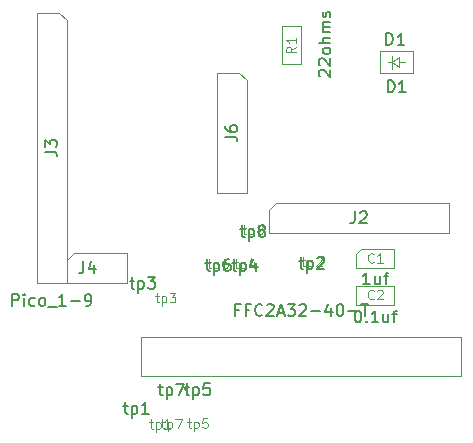
<source format=gbr>
%TF.GenerationSoftware,KiCad,Pcbnew,9.0.0*%
%TF.CreationDate,2025-06-13T13:21:56+01:00*%
%TF.ProjectId,KiCAD_uPicomac3_4,4b694341-445f-4755-9069-636f6d616333,rev?*%
%TF.SameCoordinates,Original*%
%TF.FileFunction,AssemblyDrawing,Top*%
%FSLAX46Y46*%
G04 Gerber Fmt 4.6, Leading zero omitted, Abs format (unit mm)*
G04 Created by KiCad (PCBNEW 9.0.0) date 2025-06-13 13:21:56*
%MOMM*%
%LPD*%
G01*
G04 APERTURE LIST*
%ADD10C,0.150000*%
%ADD11C,0.120000*%
%ADD12C,0.125000*%
%ADD13C,0.100000*%
%ADD14C,0.200000*%
G04 APERTURE END LIST*
D10*
X117459819Y-60033333D02*
X118174104Y-60033333D01*
X118174104Y-60033333D02*
X118316961Y-60080952D01*
X118316961Y-60080952D02*
X118412200Y-60176190D01*
X118412200Y-60176190D02*
X118459819Y-60319047D01*
X118459819Y-60319047D02*
X118459819Y-60414285D01*
X117459819Y-59128571D02*
X117459819Y-59319047D01*
X117459819Y-59319047D02*
X117507438Y-59414285D01*
X117507438Y-59414285D02*
X117555057Y-59461904D01*
X117555057Y-59461904D02*
X117697914Y-59557142D01*
X117697914Y-59557142D02*
X117888390Y-59604761D01*
X117888390Y-59604761D02*
X118269342Y-59604761D01*
X118269342Y-59604761D02*
X118364580Y-59557142D01*
X118364580Y-59557142D02*
X118412200Y-59509523D01*
X118412200Y-59509523D02*
X118459819Y-59414285D01*
X118459819Y-59414285D02*
X118459819Y-59223809D01*
X118459819Y-59223809D02*
X118412200Y-59128571D01*
X118412200Y-59128571D02*
X118364580Y-59080952D01*
X118364580Y-59080952D02*
X118269342Y-59033333D01*
X118269342Y-59033333D02*
X118031247Y-59033333D01*
X118031247Y-59033333D02*
X117936009Y-59080952D01*
X117936009Y-59080952D02*
X117888390Y-59128571D01*
X117888390Y-59128571D02*
X117840771Y-59223809D01*
X117840771Y-59223809D02*
X117840771Y-59414285D01*
X117840771Y-59414285D02*
X117888390Y-59509523D01*
X117888390Y-59509523D02*
X117936009Y-59557142D01*
X117936009Y-59557142D02*
X118031247Y-59604761D01*
X129690897Y-72530422D02*
X129119469Y-72530422D01*
X129405183Y-72530422D02*
X129405183Y-71530422D01*
X129405183Y-71530422D02*
X129309945Y-71673279D01*
X129309945Y-71673279D02*
X129214707Y-71768517D01*
X129214707Y-71768517D02*
X129119469Y-71816136D01*
X130548040Y-71863755D02*
X130548040Y-72530422D01*
X130119469Y-71863755D02*
X130119469Y-72387564D01*
X130119469Y-72387564D02*
X130167088Y-72482803D01*
X130167088Y-72482803D02*
X130262326Y-72530422D01*
X130262326Y-72530422D02*
X130405183Y-72530422D01*
X130405183Y-72530422D02*
X130500421Y-72482803D01*
X130500421Y-72482803D02*
X130548040Y-72435183D01*
X130881374Y-71863755D02*
X131262326Y-71863755D01*
X131024231Y-72530422D02*
X131024231Y-71673279D01*
X131024231Y-71673279D02*
X131071850Y-71578041D01*
X131071850Y-71578041D02*
X131167088Y-71530422D01*
X131167088Y-71530422D02*
X131262326Y-71530422D01*
D11*
X130009946Y-70613267D02*
X129971850Y-70651363D01*
X129971850Y-70651363D02*
X129857565Y-70689458D01*
X129857565Y-70689458D02*
X129781374Y-70689458D01*
X129781374Y-70689458D02*
X129667088Y-70651363D01*
X129667088Y-70651363D02*
X129590898Y-70575172D01*
X129590898Y-70575172D02*
X129552803Y-70498982D01*
X129552803Y-70498982D02*
X129514707Y-70346601D01*
X129514707Y-70346601D02*
X129514707Y-70232315D01*
X129514707Y-70232315D02*
X129552803Y-70079934D01*
X129552803Y-70079934D02*
X129590898Y-70003743D01*
X129590898Y-70003743D02*
X129667088Y-69927553D01*
X129667088Y-69927553D02*
X129781374Y-69889458D01*
X129781374Y-69889458D02*
X129857565Y-69889458D01*
X129857565Y-69889458D02*
X129971850Y-69927553D01*
X129971850Y-69927553D02*
X130009946Y-69965648D01*
X130771850Y-70689458D02*
X130314707Y-70689458D01*
X130543279Y-70689458D02*
X130543279Y-69889458D01*
X130543279Y-69889458D02*
X130467088Y-70003743D01*
X130467088Y-70003743D02*
X130390898Y-70079934D01*
X130390898Y-70079934D02*
X130314707Y-70118029D01*
D10*
X128648279Y-74745422D02*
X128743517Y-74745422D01*
X128743517Y-74745422D02*
X128838755Y-74793041D01*
X128838755Y-74793041D02*
X128886374Y-74840660D01*
X128886374Y-74840660D02*
X128933993Y-74935898D01*
X128933993Y-74935898D02*
X128981612Y-75126374D01*
X128981612Y-75126374D02*
X128981612Y-75364469D01*
X128981612Y-75364469D02*
X128933993Y-75554945D01*
X128933993Y-75554945D02*
X128886374Y-75650183D01*
X128886374Y-75650183D02*
X128838755Y-75697803D01*
X128838755Y-75697803D02*
X128743517Y-75745422D01*
X128743517Y-75745422D02*
X128648279Y-75745422D01*
X128648279Y-75745422D02*
X128553041Y-75697803D01*
X128553041Y-75697803D02*
X128505422Y-75650183D01*
X128505422Y-75650183D02*
X128457803Y-75554945D01*
X128457803Y-75554945D02*
X128410184Y-75364469D01*
X128410184Y-75364469D02*
X128410184Y-75126374D01*
X128410184Y-75126374D02*
X128457803Y-74935898D01*
X128457803Y-74935898D02*
X128505422Y-74840660D01*
X128505422Y-74840660D02*
X128553041Y-74793041D01*
X128553041Y-74793041D02*
X128648279Y-74745422D01*
X129410184Y-75650183D02*
X129457803Y-75697803D01*
X129457803Y-75697803D02*
X129410184Y-75745422D01*
X129410184Y-75745422D02*
X129362565Y-75697803D01*
X129362565Y-75697803D02*
X129410184Y-75650183D01*
X129410184Y-75650183D02*
X129410184Y-75745422D01*
X130410183Y-75745422D02*
X129838755Y-75745422D01*
X130124469Y-75745422D02*
X130124469Y-74745422D01*
X130124469Y-74745422D02*
X130029231Y-74888279D01*
X130029231Y-74888279D02*
X129933993Y-74983517D01*
X129933993Y-74983517D02*
X129838755Y-75031136D01*
X131267326Y-75078755D02*
X131267326Y-75745422D01*
X130838755Y-75078755D02*
X130838755Y-75602564D01*
X130838755Y-75602564D02*
X130886374Y-75697803D01*
X130886374Y-75697803D02*
X130981612Y-75745422D01*
X130981612Y-75745422D02*
X131124469Y-75745422D01*
X131124469Y-75745422D02*
X131219707Y-75697803D01*
X131219707Y-75697803D02*
X131267326Y-75650183D01*
X131600660Y-75078755D02*
X131981612Y-75078755D01*
X131743517Y-75745422D02*
X131743517Y-74888279D01*
X131743517Y-74888279D02*
X131791136Y-74793041D01*
X131791136Y-74793041D02*
X131886374Y-74745422D01*
X131886374Y-74745422D02*
X131981612Y-74745422D01*
D11*
X130014946Y-73728267D02*
X129976850Y-73766363D01*
X129976850Y-73766363D02*
X129862565Y-73804458D01*
X129862565Y-73804458D02*
X129786374Y-73804458D01*
X129786374Y-73804458D02*
X129672088Y-73766363D01*
X129672088Y-73766363D02*
X129595898Y-73690172D01*
X129595898Y-73690172D02*
X129557803Y-73613982D01*
X129557803Y-73613982D02*
X129519707Y-73461601D01*
X129519707Y-73461601D02*
X129519707Y-73347315D01*
X129519707Y-73347315D02*
X129557803Y-73194934D01*
X129557803Y-73194934D02*
X129595898Y-73118743D01*
X129595898Y-73118743D02*
X129672088Y-73042553D01*
X129672088Y-73042553D02*
X129786374Y-73004458D01*
X129786374Y-73004458D02*
X129862565Y-73004458D01*
X129862565Y-73004458D02*
X129976850Y-73042553D01*
X129976850Y-73042553D02*
X130014946Y-73080648D01*
X130319707Y-73080648D02*
X130357803Y-73042553D01*
X130357803Y-73042553D02*
X130433993Y-73004458D01*
X130433993Y-73004458D02*
X130624469Y-73004458D01*
X130624469Y-73004458D02*
X130700660Y-73042553D01*
X130700660Y-73042553D02*
X130738755Y-73080648D01*
X130738755Y-73080648D02*
X130776850Y-73156839D01*
X130776850Y-73156839D02*
X130776850Y-73233029D01*
X130776850Y-73233029D02*
X130738755Y-73347315D01*
X130738755Y-73347315D02*
X130281612Y-73804458D01*
X130281612Y-73804458D02*
X130776850Y-73804458D01*
D12*
X115953266Y-70630261D02*
X116258028Y-70630261D01*
X116067552Y-70363595D02*
X116067552Y-71049309D01*
X116067552Y-71049309D02*
X116105647Y-71125500D01*
X116105647Y-71125500D02*
X116181837Y-71163595D01*
X116181837Y-71163595D02*
X116258028Y-71163595D01*
X116524695Y-70630261D02*
X116524695Y-71430261D01*
X116524695Y-70668357D02*
X116600885Y-70630261D01*
X116600885Y-70630261D02*
X116753266Y-70630261D01*
X116753266Y-70630261D02*
X116829457Y-70668357D01*
X116829457Y-70668357D02*
X116867552Y-70706452D01*
X116867552Y-70706452D02*
X116905647Y-70782642D01*
X116905647Y-70782642D02*
X116905647Y-71011214D01*
X116905647Y-71011214D02*
X116867552Y-71087404D01*
X116867552Y-71087404D02*
X116829457Y-71125500D01*
X116829457Y-71125500D02*
X116753266Y-71163595D01*
X116753266Y-71163595D02*
X116600885Y-71163595D01*
X116600885Y-71163595D02*
X116524695Y-71125500D01*
X117591362Y-70363595D02*
X117438981Y-70363595D01*
X117438981Y-70363595D02*
X117362790Y-70401690D01*
X117362790Y-70401690D02*
X117324695Y-70439785D01*
X117324695Y-70439785D02*
X117248505Y-70554071D01*
X117248505Y-70554071D02*
X117210409Y-70706452D01*
X117210409Y-70706452D02*
X117210409Y-71011214D01*
X117210409Y-71011214D02*
X117248505Y-71087404D01*
X117248505Y-71087404D02*
X117286600Y-71125500D01*
X117286600Y-71125500D02*
X117362790Y-71163595D01*
X117362790Y-71163595D02*
X117515171Y-71163595D01*
X117515171Y-71163595D02*
X117591362Y-71125500D01*
X117591362Y-71125500D02*
X117629457Y-71087404D01*
X117629457Y-71087404D02*
X117667552Y-71011214D01*
X117667552Y-71011214D02*
X117667552Y-70820738D01*
X117667552Y-70820738D02*
X117629457Y-70744547D01*
X117629457Y-70744547D02*
X117591362Y-70706452D01*
X117591362Y-70706452D02*
X117515171Y-70668357D01*
X117515171Y-70668357D02*
X117362790Y-70668357D01*
X117362790Y-70668357D02*
X117286600Y-70706452D01*
X117286600Y-70706452D02*
X117248505Y-70744547D01*
X117248505Y-70744547D02*
X117210409Y-70820738D01*
D10*
X115761322Y-70723320D02*
X116142274Y-70723320D01*
X115904179Y-70389987D02*
X115904179Y-71247129D01*
X115904179Y-71247129D02*
X115951798Y-71342368D01*
X115951798Y-71342368D02*
X116047036Y-71389987D01*
X116047036Y-71389987D02*
X116142274Y-71389987D01*
X116475608Y-70723320D02*
X116475608Y-71723320D01*
X116475608Y-70770939D02*
X116570846Y-70723320D01*
X116570846Y-70723320D02*
X116761322Y-70723320D01*
X116761322Y-70723320D02*
X116856560Y-70770939D01*
X116856560Y-70770939D02*
X116904179Y-70818558D01*
X116904179Y-70818558D02*
X116951798Y-70913796D01*
X116951798Y-70913796D02*
X116951798Y-71199510D01*
X116951798Y-71199510D02*
X116904179Y-71294748D01*
X116904179Y-71294748D02*
X116856560Y-71342368D01*
X116856560Y-71342368D02*
X116761322Y-71389987D01*
X116761322Y-71389987D02*
X116570846Y-71389987D01*
X116570846Y-71389987D02*
X116475608Y-71342368D01*
X117808941Y-70389987D02*
X117618465Y-70389987D01*
X117618465Y-70389987D02*
X117523227Y-70437606D01*
X117523227Y-70437606D02*
X117475608Y-70485225D01*
X117475608Y-70485225D02*
X117380370Y-70628082D01*
X117380370Y-70628082D02*
X117332751Y-70818558D01*
X117332751Y-70818558D02*
X117332751Y-71199510D01*
X117332751Y-71199510D02*
X117380370Y-71294748D01*
X117380370Y-71294748D02*
X117427989Y-71342368D01*
X117427989Y-71342368D02*
X117523227Y-71389987D01*
X117523227Y-71389987D02*
X117713703Y-71389987D01*
X117713703Y-71389987D02*
X117808941Y-71342368D01*
X117808941Y-71342368D02*
X117856560Y-71294748D01*
X117856560Y-71294748D02*
X117904179Y-71199510D01*
X117904179Y-71199510D02*
X117904179Y-70961415D01*
X117904179Y-70961415D02*
X117856560Y-70866177D01*
X117856560Y-70866177D02*
X117808941Y-70818558D01*
X117808941Y-70818558D02*
X117713703Y-70770939D01*
X117713703Y-70770939D02*
X117523227Y-70770939D01*
X117523227Y-70770939D02*
X117427989Y-70818558D01*
X117427989Y-70818558D02*
X117380370Y-70866177D01*
X117380370Y-70866177D02*
X117332751Y-70961415D01*
X128433469Y-66358873D02*
X128433469Y-67073158D01*
X128433469Y-67073158D02*
X128385850Y-67216015D01*
X128385850Y-67216015D02*
X128290612Y-67311254D01*
X128290612Y-67311254D02*
X128147755Y-67358873D01*
X128147755Y-67358873D02*
X128052517Y-67358873D01*
X128862041Y-66454111D02*
X128909660Y-66406492D01*
X128909660Y-66406492D02*
X129004898Y-66358873D01*
X129004898Y-66358873D02*
X129242993Y-66358873D01*
X129242993Y-66358873D02*
X129338231Y-66406492D01*
X129338231Y-66406492D02*
X129385850Y-66454111D01*
X129385850Y-66454111D02*
X129433469Y-66549349D01*
X129433469Y-66549349D02*
X129433469Y-66644587D01*
X129433469Y-66644587D02*
X129385850Y-66787444D01*
X129385850Y-66787444D02*
X128814422Y-67358873D01*
X128814422Y-67358873D02*
X129433469Y-67358873D01*
X99406667Y-74344819D02*
X99406667Y-73344819D01*
X99406667Y-73344819D02*
X99787619Y-73344819D01*
X99787619Y-73344819D02*
X99882857Y-73392438D01*
X99882857Y-73392438D02*
X99930476Y-73440057D01*
X99930476Y-73440057D02*
X99978095Y-73535295D01*
X99978095Y-73535295D02*
X99978095Y-73678152D01*
X99978095Y-73678152D02*
X99930476Y-73773390D01*
X99930476Y-73773390D02*
X99882857Y-73821009D01*
X99882857Y-73821009D02*
X99787619Y-73868628D01*
X99787619Y-73868628D02*
X99406667Y-73868628D01*
X100406667Y-74344819D02*
X100406667Y-73678152D01*
X100406667Y-73344819D02*
X100359048Y-73392438D01*
X100359048Y-73392438D02*
X100406667Y-73440057D01*
X100406667Y-73440057D02*
X100454286Y-73392438D01*
X100454286Y-73392438D02*
X100406667Y-73344819D01*
X100406667Y-73344819D02*
X100406667Y-73440057D01*
X101311428Y-74297200D02*
X101216190Y-74344819D01*
X101216190Y-74344819D02*
X101025714Y-74344819D01*
X101025714Y-74344819D02*
X100930476Y-74297200D01*
X100930476Y-74297200D02*
X100882857Y-74249580D01*
X100882857Y-74249580D02*
X100835238Y-74154342D01*
X100835238Y-74154342D02*
X100835238Y-73868628D01*
X100835238Y-73868628D02*
X100882857Y-73773390D01*
X100882857Y-73773390D02*
X100930476Y-73725771D01*
X100930476Y-73725771D02*
X101025714Y-73678152D01*
X101025714Y-73678152D02*
X101216190Y-73678152D01*
X101216190Y-73678152D02*
X101311428Y-73725771D01*
X101882857Y-74344819D02*
X101787619Y-74297200D01*
X101787619Y-74297200D02*
X101740000Y-74249580D01*
X101740000Y-74249580D02*
X101692381Y-74154342D01*
X101692381Y-74154342D02*
X101692381Y-73868628D01*
X101692381Y-73868628D02*
X101740000Y-73773390D01*
X101740000Y-73773390D02*
X101787619Y-73725771D01*
X101787619Y-73725771D02*
X101882857Y-73678152D01*
X101882857Y-73678152D02*
X102025714Y-73678152D01*
X102025714Y-73678152D02*
X102120952Y-73725771D01*
X102120952Y-73725771D02*
X102168571Y-73773390D01*
X102168571Y-73773390D02*
X102216190Y-73868628D01*
X102216190Y-73868628D02*
X102216190Y-74154342D01*
X102216190Y-74154342D02*
X102168571Y-74249580D01*
X102168571Y-74249580D02*
X102120952Y-74297200D01*
X102120952Y-74297200D02*
X102025714Y-74344819D01*
X102025714Y-74344819D02*
X101882857Y-74344819D01*
X102406667Y-74440057D02*
X103168571Y-74440057D01*
X103930476Y-74344819D02*
X103359048Y-74344819D01*
X103644762Y-74344819D02*
X103644762Y-73344819D01*
X103644762Y-73344819D02*
X103549524Y-73487676D01*
X103549524Y-73487676D02*
X103454286Y-73582914D01*
X103454286Y-73582914D02*
X103359048Y-73630533D01*
X104359048Y-73963866D02*
X105120953Y-73963866D01*
X105644762Y-74344819D02*
X105835238Y-74344819D01*
X105835238Y-74344819D02*
X105930476Y-74297200D01*
X105930476Y-74297200D02*
X105978095Y-74249580D01*
X105978095Y-74249580D02*
X106073333Y-74106723D01*
X106073333Y-74106723D02*
X106120952Y-73916247D01*
X106120952Y-73916247D02*
X106120952Y-73535295D01*
X106120952Y-73535295D02*
X106073333Y-73440057D01*
X106073333Y-73440057D02*
X106025714Y-73392438D01*
X106025714Y-73392438D02*
X105930476Y-73344819D01*
X105930476Y-73344819D02*
X105740000Y-73344819D01*
X105740000Y-73344819D02*
X105644762Y-73392438D01*
X105644762Y-73392438D02*
X105597143Y-73440057D01*
X105597143Y-73440057D02*
X105549524Y-73535295D01*
X105549524Y-73535295D02*
X105549524Y-73773390D01*
X105549524Y-73773390D02*
X105597143Y-73868628D01*
X105597143Y-73868628D02*
X105644762Y-73916247D01*
X105644762Y-73916247D02*
X105740000Y-73963866D01*
X105740000Y-73963866D02*
X105930476Y-73963866D01*
X105930476Y-73963866D02*
X106025714Y-73916247D01*
X106025714Y-73916247D02*
X106073333Y-73868628D01*
X106073333Y-73868628D02*
X106120952Y-73773390D01*
X102194819Y-61293333D02*
X102909104Y-61293333D01*
X102909104Y-61293333D02*
X103051961Y-61340952D01*
X103051961Y-61340952D02*
X103147200Y-61436190D01*
X103147200Y-61436190D02*
X103194819Y-61579047D01*
X103194819Y-61579047D02*
X103194819Y-61674285D01*
X102194819Y-60912380D02*
X102194819Y-60293333D01*
X102194819Y-60293333D02*
X102575771Y-60626666D01*
X102575771Y-60626666D02*
X102575771Y-60483809D01*
X102575771Y-60483809D02*
X102623390Y-60388571D01*
X102623390Y-60388571D02*
X102671009Y-60340952D01*
X102671009Y-60340952D02*
X102766247Y-60293333D01*
X102766247Y-60293333D02*
X103004342Y-60293333D01*
X103004342Y-60293333D02*
X103099580Y-60340952D01*
X103099580Y-60340952D02*
X103147200Y-60388571D01*
X103147200Y-60388571D02*
X103194819Y-60483809D01*
X103194819Y-60483809D02*
X103194819Y-60769523D01*
X103194819Y-60769523D02*
X103147200Y-60864761D01*
X103147200Y-60864761D02*
X103099580Y-60912380D01*
D12*
X118895418Y-67745838D02*
X119200180Y-67745838D01*
X119009704Y-67479172D02*
X119009704Y-68164886D01*
X119009704Y-68164886D02*
X119047799Y-68241077D01*
X119047799Y-68241077D02*
X119123989Y-68279172D01*
X119123989Y-68279172D02*
X119200180Y-68279172D01*
X119466847Y-67745838D02*
X119466847Y-68545838D01*
X119466847Y-67783934D02*
X119543037Y-67745838D01*
X119543037Y-67745838D02*
X119695418Y-67745838D01*
X119695418Y-67745838D02*
X119771609Y-67783934D01*
X119771609Y-67783934D02*
X119809704Y-67822029D01*
X119809704Y-67822029D02*
X119847799Y-67898219D01*
X119847799Y-67898219D02*
X119847799Y-68126791D01*
X119847799Y-68126791D02*
X119809704Y-68202981D01*
X119809704Y-68202981D02*
X119771609Y-68241077D01*
X119771609Y-68241077D02*
X119695418Y-68279172D01*
X119695418Y-68279172D02*
X119543037Y-68279172D01*
X119543037Y-68279172D02*
X119466847Y-68241077D01*
X120304942Y-67822029D02*
X120228752Y-67783934D01*
X120228752Y-67783934D02*
X120190657Y-67745838D01*
X120190657Y-67745838D02*
X120152561Y-67669648D01*
X120152561Y-67669648D02*
X120152561Y-67631553D01*
X120152561Y-67631553D02*
X120190657Y-67555362D01*
X120190657Y-67555362D02*
X120228752Y-67517267D01*
X120228752Y-67517267D02*
X120304942Y-67479172D01*
X120304942Y-67479172D02*
X120457323Y-67479172D01*
X120457323Y-67479172D02*
X120533514Y-67517267D01*
X120533514Y-67517267D02*
X120571609Y-67555362D01*
X120571609Y-67555362D02*
X120609704Y-67631553D01*
X120609704Y-67631553D02*
X120609704Y-67669648D01*
X120609704Y-67669648D02*
X120571609Y-67745838D01*
X120571609Y-67745838D02*
X120533514Y-67783934D01*
X120533514Y-67783934D02*
X120457323Y-67822029D01*
X120457323Y-67822029D02*
X120304942Y-67822029D01*
X120304942Y-67822029D02*
X120228752Y-67860124D01*
X120228752Y-67860124D02*
X120190657Y-67898219D01*
X120190657Y-67898219D02*
X120152561Y-67974410D01*
X120152561Y-67974410D02*
X120152561Y-68126791D01*
X120152561Y-68126791D02*
X120190657Y-68202981D01*
X120190657Y-68202981D02*
X120228752Y-68241077D01*
X120228752Y-68241077D02*
X120304942Y-68279172D01*
X120304942Y-68279172D02*
X120457323Y-68279172D01*
X120457323Y-68279172D02*
X120533514Y-68241077D01*
X120533514Y-68241077D02*
X120571609Y-68202981D01*
X120571609Y-68202981D02*
X120609704Y-68126791D01*
X120609704Y-68126791D02*
X120609704Y-67974410D01*
X120609704Y-67974410D02*
X120571609Y-67898219D01*
X120571609Y-67898219D02*
X120533514Y-67860124D01*
X120533514Y-67860124D02*
X120457323Y-67822029D01*
D10*
X118703474Y-67838897D02*
X119084426Y-67838897D01*
X118846331Y-67505564D02*
X118846331Y-68362706D01*
X118846331Y-68362706D02*
X118893950Y-68457945D01*
X118893950Y-68457945D02*
X118989188Y-68505564D01*
X118989188Y-68505564D02*
X119084426Y-68505564D01*
X119417760Y-67838897D02*
X119417760Y-68838897D01*
X119417760Y-67886516D02*
X119512998Y-67838897D01*
X119512998Y-67838897D02*
X119703474Y-67838897D01*
X119703474Y-67838897D02*
X119798712Y-67886516D01*
X119798712Y-67886516D02*
X119846331Y-67934135D01*
X119846331Y-67934135D02*
X119893950Y-68029373D01*
X119893950Y-68029373D02*
X119893950Y-68315087D01*
X119893950Y-68315087D02*
X119846331Y-68410325D01*
X119846331Y-68410325D02*
X119798712Y-68457945D01*
X119798712Y-68457945D02*
X119703474Y-68505564D01*
X119703474Y-68505564D02*
X119512998Y-68505564D01*
X119512998Y-68505564D02*
X119417760Y-68457945D01*
X120465379Y-67934135D02*
X120370141Y-67886516D01*
X120370141Y-67886516D02*
X120322522Y-67838897D01*
X120322522Y-67838897D02*
X120274903Y-67743659D01*
X120274903Y-67743659D02*
X120274903Y-67696040D01*
X120274903Y-67696040D02*
X120322522Y-67600802D01*
X120322522Y-67600802D02*
X120370141Y-67553183D01*
X120370141Y-67553183D02*
X120465379Y-67505564D01*
X120465379Y-67505564D02*
X120655855Y-67505564D01*
X120655855Y-67505564D02*
X120751093Y-67553183D01*
X120751093Y-67553183D02*
X120798712Y-67600802D01*
X120798712Y-67600802D02*
X120846331Y-67696040D01*
X120846331Y-67696040D02*
X120846331Y-67743659D01*
X120846331Y-67743659D02*
X120798712Y-67838897D01*
X120798712Y-67838897D02*
X120751093Y-67886516D01*
X120751093Y-67886516D02*
X120655855Y-67934135D01*
X120655855Y-67934135D02*
X120465379Y-67934135D01*
X120465379Y-67934135D02*
X120370141Y-67981754D01*
X120370141Y-67981754D02*
X120322522Y-68029373D01*
X120322522Y-68029373D02*
X120274903Y-68124611D01*
X120274903Y-68124611D02*
X120274903Y-68315087D01*
X120274903Y-68315087D02*
X120322522Y-68410325D01*
X120322522Y-68410325D02*
X120370141Y-68457945D01*
X120370141Y-68457945D02*
X120465379Y-68505564D01*
X120465379Y-68505564D02*
X120655855Y-68505564D01*
X120655855Y-68505564D02*
X120751093Y-68457945D01*
X120751093Y-68457945D02*
X120798712Y-68410325D01*
X120798712Y-68410325D02*
X120846331Y-68315087D01*
X120846331Y-68315087D02*
X120846331Y-68124611D01*
X120846331Y-68124611D02*
X120798712Y-68029373D01*
X120798712Y-68029373D02*
X120751093Y-67981754D01*
X120751093Y-67981754D02*
X120655855Y-67934135D01*
D12*
X111031993Y-84205854D02*
X111336755Y-84205854D01*
X111146279Y-83939188D02*
X111146279Y-84624902D01*
X111146279Y-84624902D02*
X111184374Y-84701093D01*
X111184374Y-84701093D02*
X111260564Y-84739188D01*
X111260564Y-84739188D02*
X111336755Y-84739188D01*
X111603422Y-84205854D02*
X111603422Y-85005854D01*
X111603422Y-84243950D02*
X111679612Y-84205854D01*
X111679612Y-84205854D02*
X111831993Y-84205854D01*
X111831993Y-84205854D02*
X111908184Y-84243950D01*
X111908184Y-84243950D02*
X111946279Y-84282045D01*
X111946279Y-84282045D02*
X111984374Y-84358235D01*
X111984374Y-84358235D02*
X111984374Y-84586807D01*
X111984374Y-84586807D02*
X111946279Y-84662997D01*
X111946279Y-84662997D02*
X111908184Y-84701093D01*
X111908184Y-84701093D02*
X111831993Y-84739188D01*
X111831993Y-84739188D02*
X111679612Y-84739188D01*
X111679612Y-84739188D02*
X111603422Y-84701093D01*
X112746279Y-84739188D02*
X112289136Y-84739188D01*
X112517708Y-84739188D02*
X112517708Y-83939188D01*
X112517708Y-83939188D02*
X112441517Y-84053473D01*
X112441517Y-84053473D02*
X112365327Y-84129664D01*
X112365327Y-84129664D02*
X112289136Y-84167759D01*
D10*
X108821840Y-82812285D02*
X109202792Y-82812285D01*
X108964697Y-82478952D02*
X108964697Y-83336094D01*
X108964697Y-83336094D02*
X109012316Y-83431333D01*
X109012316Y-83431333D02*
X109107554Y-83478952D01*
X109107554Y-83478952D02*
X109202792Y-83478952D01*
X109536126Y-82812285D02*
X109536126Y-83812285D01*
X109536126Y-82859904D02*
X109631364Y-82812285D01*
X109631364Y-82812285D02*
X109821840Y-82812285D01*
X109821840Y-82812285D02*
X109917078Y-82859904D01*
X109917078Y-82859904D02*
X109964697Y-82907523D01*
X109964697Y-82907523D02*
X110012316Y-83002761D01*
X110012316Y-83002761D02*
X110012316Y-83288475D01*
X110012316Y-83288475D02*
X109964697Y-83383713D01*
X109964697Y-83383713D02*
X109917078Y-83431333D01*
X109917078Y-83431333D02*
X109821840Y-83478952D01*
X109821840Y-83478952D02*
X109631364Y-83478952D01*
X109631364Y-83478952D02*
X109536126Y-83431333D01*
X110964697Y-83478952D02*
X110393269Y-83478952D01*
X110678983Y-83478952D02*
X110678983Y-82478952D01*
X110678983Y-82478952D02*
X110583745Y-82621809D01*
X110583745Y-82621809D02*
X110488507Y-82717047D01*
X110488507Y-82717047D02*
X110393269Y-82764666D01*
X131211905Y-56264819D02*
X131211905Y-55264819D01*
X131211905Y-55264819D02*
X131450000Y-55264819D01*
X131450000Y-55264819D02*
X131592857Y-55312438D01*
X131592857Y-55312438D02*
X131688095Y-55407676D01*
X131688095Y-55407676D02*
X131735714Y-55502914D01*
X131735714Y-55502914D02*
X131783333Y-55693390D01*
X131783333Y-55693390D02*
X131783333Y-55836247D01*
X131783333Y-55836247D02*
X131735714Y-56026723D01*
X131735714Y-56026723D02*
X131688095Y-56121961D01*
X131688095Y-56121961D02*
X131592857Y-56217200D01*
X131592857Y-56217200D02*
X131450000Y-56264819D01*
X131450000Y-56264819D02*
X131211905Y-56264819D01*
X132735714Y-56264819D02*
X132164286Y-56264819D01*
X132450000Y-56264819D02*
X132450000Y-55264819D01*
X132450000Y-55264819D02*
X132354762Y-55407676D01*
X132354762Y-55407676D02*
X132259524Y-55502914D01*
X132259524Y-55502914D02*
X132164286Y-55550533D01*
X131084905Y-52259819D02*
X131084905Y-51259819D01*
X131084905Y-51259819D02*
X131323000Y-51259819D01*
X131323000Y-51259819D02*
X131465857Y-51307438D01*
X131465857Y-51307438D02*
X131561095Y-51402676D01*
X131561095Y-51402676D02*
X131608714Y-51497914D01*
X131608714Y-51497914D02*
X131656333Y-51688390D01*
X131656333Y-51688390D02*
X131656333Y-51831247D01*
X131656333Y-51831247D02*
X131608714Y-52021723D01*
X131608714Y-52021723D02*
X131561095Y-52116961D01*
X131561095Y-52116961D02*
X131465857Y-52212200D01*
X131465857Y-52212200D02*
X131323000Y-52259819D01*
X131323000Y-52259819D02*
X131084905Y-52259819D01*
X132608714Y-52259819D02*
X132037286Y-52259819D01*
X132323000Y-52259819D02*
X132323000Y-51259819D01*
X132323000Y-51259819D02*
X132227762Y-51402676D01*
X132227762Y-51402676D02*
X132132524Y-51497914D01*
X132132524Y-51497914D02*
X132037286Y-51545533D01*
D12*
X112004761Y-84172196D02*
X112309523Y-84172196D01*
X112119047Y-83905530D02*
X112119047Y-84591244D01*
X112119047Y-84591244D02*
X112157142Y-84667435D01*
X112157142Y-84667435D02*
X112233332Y-84705530D01*
X112233332Y-84705530D02*
X112309523Y-84705530D01*
X112576190Y-84172196D02*
X112576190Y-84972196D01*
X112576190Y-84210292D02*
X112652380Y-84172196D01*
X112652380Y-84172196D02*
X112804761Y-84172196D01*
X112804761Y-84172196D02*
X112880952Y-84210292D01*
X112880952Y-84210292D02*
X112919047Y-84248387D01*
X112919047Y-84248387D02*
X112957142Y-84324577D01*
X112957142Y-84324577D02*
X112957142Y-84553149D01*
X112957142Y-84553149D02*
X112919047Y-84629339D01*
X112919047Y-84629339D02*
X112880952Y-84667435D01*
X112880952Y-84667435D02*
X112804761Y-84705530D01*
X112804761Y-84705530D02*
X112652380Y-84705530D01*
X112652380Y-84705530D02*
X112576190Y-84667435D01*
X113223809Y-83905530D02*
X113757143Y-83905530D01*
X113757143Y-83905530D02*
X113414285Y-84705530D01*
D10*
X111780952Y-81258152D02*
X112161904Y-81258152D01*
X111923809Y-80924819D02*
X111923809Y-81781961D01*
X111923809Y-81781961D02*
X111971428Y-81877200D01*
X111971428Y-81877200D02*
X112066666Y-81924819D01*
X112066666Y-81924819D02*
X112161904Y-81924819D01*
X112495238Y-81258152D02*
X112495238Y-82258152D01*
X112495238Y-81305771D02*
X112590476Y-81258152D01*
X112590476Y-81258152D02*
X112780952Y-81258152D01*
X112780952Y-81258152D02*
X112876190Y-81305771D01*
X112876190Y-81305771D02*
X112923809Y-81353390D01*
X112923809Y-81353390D02*
X112971428Y-81448628D01*
X112971428Y-81448628D02*
X112971428Y-81734342D01*
X112971428Y-81734342D02*
X112923809Y-81829580D01*
X112923809Y-81829580D02*
X112876190Y-81877200D01*
X112876190Y-81877200D02*
X112780952Y-81924819D01*
X112780952Y-81924819D02*
X112590476Y-81924819D01*
X112590476Y-81924819D02*
X112495238Y-81877200D01*
X113304762Y-80924819D02*
X113971428Y-80924819D01*
X113971428Y-80924819D02*
X113542857Y-81924819D01*
D12*
X114251491Y-84152359D02*
X114556253Y-84152359D01*
X114365777Y-83885693D02*
X114365777Y-84571407D01*
X114365777Y-84571407D02*
X114403872Y-84647598D01*
X114403872Y-84647598D02*
X114480062Y-84685693D01*
X114480062Y-84685693D02*
X114556253Y-84685693D01*
X114822920Y-84152359D02*
X114822920Y-84952359D01*
X114822920Y-84190455D02*
X114899110Y-84152359D01*
X114899110Y-84152359D02*
X115051491Y-84152359D01*
X115051491Y-84152359D02*
X115127682Y-84190455D01*
X115127682Y-84190455D02*
X115165777Y-84228550D01*
X115165777Y-84228550D02*
X115203872Y-84304740D01*
X115203872Y-84304740D02*
X115203872Y-84533312D01*
X115203872Y-84533312D02*
X115165777Y-84609502D01*
X115165777Y-84609502D02*
X115127682Y-84647598D01*
X115127682Y-84647598D02*
X115051491Y-84685693D01*
X115051491Y-84685693D02*
X114899110Y-84685693D01*
X114899110Y-84685693D02*
X114822920Y-84647598D01*
X115927682Y-83885693D02*
X115546730Y-83885693D01*
X115546730Y-83885693D02*
X115508634Y-84266645D01*
X115508634Y-84266645D02*
X115546730Y-84228550D01*
X115546730Y-84228550D02*
X115622920Y-84190455D01*
X115622920Y-84190455D02*
X115813396Y-84190455D01*
X115813396Y-84190455D02*
X115889587Y-84228550D01*
X115889587Y-84228550D02*
X115927682Y-84266645D01*
X115927682Y-84266645D02*
X115965777Y-84342836D01*
X115965777Y-84342836D02*
X115965777Y-84533312D01*
X115965777Y-84533312D02*
X115927682Y-84609502D01*
X115927682Y-84609502D02*
X115889587Y-84647598D01*
X115889587Y-84647598D02*
X115813396Y-84685693D01*
X115813396Y-84685693D02*
X115622920Y-84685693D01*
X115622920Y-84685693D02*
X115546730Y-84647598D01*
X115546730Y-84647598D02*
X115508634Y-84609502D01*
D10*
X114027682Y-81238315D02*
X114408634Y-81238315D01*
X114170539Y-80904982D02*
X114170539Y-81762124D01*
X114170539Y-81762124D02*
X114218158Y-81857363D01*
X114218158Y-81857363D02*
X114313396Y-81904982D01*
X114313396Y-81904982D02*
X114408634Y-81904982D01*
X114741968Y-81238315D02*
X114741968Y-82238315D01*
X114741968Y-81285934D02*
X114837206Y-81238315D01*
X114837206Y-81238315D02*
X115027682Y-81238315D01*
X115027682Y-81238315D02*
X115122920Y-81285934D01*
X115122920Y-81285934D02*
X115170539Y-81333553D01*
X115170539Y-81333553D02*
X115218158Y-81428791D01*
X115218158Y-81428791D02*
X115218158Y-81714505D01*
X115218158Y-81714505D02*
X115170539Y-81809743D01*
X115170539Y-81809743D02*
X115122920Y-81857363D01*
X115122920Y-81857363D02*
X115027682Y-81904982D01*
X115027682Y-81904982D02*
X114837206Y-81904982D01*
X114837206Y-81904982D02*
X114741968Y-81857363D01*
X116122920Y-80904982D02*
X115646730Y-80904982D01*
X115646730Y-80904982D02*
X115599111Y-81381172D01*
X115599111Y-81381172D02*
X115646730Y-81333553D01*
X115646730Y-81333553D02*
X115741968Y-81285934D01*
X115741968Y-81285934D02*
X115980063Y-81285934D01*
X115980063Y-81285934D02*
X116075301Y-81333553D01*
X116075301Y-81333553D02*
X116122920Y-81381172D01*
X116122920Y-81381172D02*
X116170539Y-81476410D01*
X116170539Y-81476410D02*
X116170539Y-81714505D01*
X116170539Y-81714505D02*
X116122920Y-81809743D01*
X116122920Y-81809743D02*
X116075301Y-81857363D01*
X116075301Y-81857363D02*
X115980063Y-81904982D01*
X115980063Y-81904982D02*
X115741968Y-81904982D01*
X115741968Y-81904982D02*
X115646730Y-81857363D01*
X115646730Y-81857363D02*
X115599111Y-81809743D01*
D12*
X118204761Y-70630261D02*
X118509523Y-70630261D01*
X118319047Y-70363595D02*
X118319047Y-71049309D01*
X118319047Y-71049309D02*
X118357142Y-71125500D01*
X118357142Y-71125500D02*
X118433332Y-71163595D01*
X118433332Y-71163595D02*
X118509523Y-71163595D01*
X118776190Y-70630261D02*
X118776190Y-71430261D01*
X118776190Y-70668357D02*
X118852380Y-70630261D01*
X118852380Y-70630261D02*
X119004761Y-70630261D01*
X119004761Y-70630261D02*
X119080952Y-70668357D01*
X119080952Y-70668357D02*
X119119047Y-70706452D01*
X119119047Y-70706452D02*
X119157142Y-70782642D01*
X119157142Y-70782642D02*
X119157142Y-71011214D01*
X119157142Y-71011214D02*
X119119047Y-71087404D01*
X119119047Y-71087404D02*
X119080952Y-71125500D01*
X119080952Y-71125500D02*
X119004761Y-71163595D01*
X119004761Y-71163595D02*
X118852380Y-71163595D01*
X118852380Y-71163595D02*
X118776190Y-71125500D01*
X119842857Y-70630261D02*
X119842857Y-71163595D01*
X119652381Y-70325500D02*
X119461904Y-70896928D01*
X119461904Y-70896928D02*
X119957143Y-70896928D01*
D10*
X118012817Y-70723320D02*
X118393769Y-70723320D01*
X118155674Y-70389987D02*
X118155674Y-71247129D01*
X118155674Y-71247129D02*
X118203293Y-71342368D01*
X118203293Y-71342368D02*
X118298531Y-71389987D01*
X118298531Y-71389987D02*
X118393769Y-71389987D01*
X118727103Y-70723320D02*
X118727103Y-71723320D01*
X118727103Y-70770939D02*
X118822341Y-70723320D01*
X118822341Y-70723320D02*
X119012817Y-70723320D01*
X119012817Y-70723320D02*
X119108055Y-70770939D01*
X119108055Y-70770939D02*
X119155674Y-70818558D01*
X119155674Y-70818558D02*
X119203293Y-70913796D01*
X119203293Y-70913796D02*
X119203293Y-71199510D01*
X119203293Y-71199510D02*
X119155674Y-71294748D01*
X119155674Y-71294748D02*
X119108055Y-71342368D01*
X119108055Y-71342368D02*
X119012817Y-71389987D01*
X119012817Y-71389987D02*
X118822341Y-71389987D01*
X118822341Y-71389987D02*
X118727103Y-71342368D01*
X120060436Y-70723320D02*
X120060436Y-71389987D01*
X119822341Y-70342368D02*
X119584246Y-71056653D01*
X119584246Y-71056653D02*
X120203293Y-71056653D01*
X105446666Y-70585368D02*
X105446666Y-71299653D01*
X105446666Y-71299653D02*
X105399047Y-71442510D01*
X105399047Y-71442510D02*
X105303809Y-71537749D01*
X105303809Y-71537749D02*
X105160952Y-71585368D01*
X105160952Y-71585368D02*
X105065714Y-71585368D01*
X106351428Y-70918701D02*
X106351428Y-71585368D01*
X106113333Y-70537749D02*
X105875238Y-71252034D01*
X105875238Y-71252034D02*
X106494285Y-71252034D01*
D12*
X111518110Y-73526825D02*
X111822872Y-73526825D01*
X111632396Y-73260159D02*
X111632396Y-73945873D01*
X111632396Y-73945873D02*
X111670491Y-74022064D01*
X111670491Y-74022064D02*
X111746681Y-74060159D01*
X111746681Y-74060159D02*
X111822872Y-74060159D01*
X112089539Y-73526825D02*
X112089539Y-74326825D01*
X112089539Y-73564921D02*
X112165729Y-73526825D01*
X112165729Y-73526825D02*
X112318110Y-73526825D01*
X112318110Y-73526825D02*
X112394301Y-73564921D01*
X112394301Y-73564921D02*
X112432396Y-73603016D01*
X112432396Y-73603016D02*
X112470491Y-73679206D01*
X112470491Y-73679206D02*
X112470491Y-73907778D01*
X112470491Y-73907778D02*
X112432396Y-73983968D01*
X112432396Y-73983968D02*
X112394301Y-74022064D01*
X112394301Y-74022064D02*
X112318110Y-74060159D01*
X112318110Y-74060159D02*
X112165729Y-74060159D01*
X112165729Y-74060159D02*
X112089539Y-74022064D01*
X112737158Y-73260159D02*
X113232396Y-73260159D01*
X113232396Y-73260159D02*
X112965730Y-73564921D01*
X112965730Y-73564921D02*
X113080015Y-73564921D01*
X113080015Y-73564921D02*
X113156206Y-73603016D01*
X113156206Y-73603016D02*
X113194301Y-73641111D01*
X113194301Y-73641111D02*
X113232396Y-73717302D01*
X113232396Y-73717302D02*
X113232396Y-73907778D01*
X113232396Y-73907778D02*
X113194301Y-73983968D01*
X113194301Y-73983968D02*
X113156206Y-74022064D01*
X113156206Y-74022064D02*
X113080015Y-74060159D01*
X113080015Y-74060159D02*
X112851444Y-74060159D01*
X112851444Y-74060159D02*
X112775253Y-74022064D01*
X112775253Y-74022064D02*
X112737158Y-73983968D01*
D10*
X109377574Y-72222062D02*
X109758526Y-72222062D01*
X109520431Y-71888729D02*
X109520431Y-72745871D01*
X109520431Y-72745871D02*
X109568050Y-72841110D01*
X109568050Y-72841110D02*
X109663288Y-72888729D01*
X109663288Y-72888729D02*
X109758526Y-72888729D01*
X110091860Y-72222062D02*
X110091860Y-73222062D01*
X110091860Y-72269681D02*
X110187098Y-72222062D01*
X110187098Y-72222062D02*
X110377574Y-72222062D01*
X110377574Y-72222062D02*
X110472812Y-72269681D01*
X110472812Y-72269681D02*
X110520431Y-72317300D01*
X110520431Y-72317300D02*
X110568050Y-72412538D01*
X110568050Y-72412538D02*
X110568050Y-72698252D01*
X110568050Y-72698252D02*
X110520431Y-72793490D01*
X110520431Y-72793490D02*
X110472812Y-72841110D01*
X110472812Y-72841110D02*
X110377574Y-72888729D01*
X110377574Y-72888729D02*
X110187098Y-72888729D01*
X110187098Y-72888729D02*
X110091860Y-72841110D01*
X110901384Y-71888729D02*
X111520431Y-71888729D01*
X111520431Y-71888729D02*
X111187098Y-72269681D01*
X111187098Y-72269681D02*
X111329955Y-72269681D01*
X111329955Y-72269681D02*
X111425193Y-72317300D01*
X111425193Y-72317300D02*
X111472812Y-72364919D01*
X111472812Y-72364919D02*
X111520431Y-72460157D01*
X111520431Y-72460157D02*
X111520431Y-72698252D01*
X111520431Y-72698252D02*
X111472812Y-72793490D01*
X111472812Y-72793490D02*
X111425193Y-72841110D01*
X111425193Y-72841110D02*
X111329955Y-72888729D01*
X111329955Y-72888729D02*
X111044241Y-72888729D01*
X111044241Y-72888729D02*
X110949003Y-72841110D01*
X110949003Y-72841110D02*
X110901384Y-72793490D01*
D12*
X123884083Y-70446885D02*
X124188845Y-70446885D01*
X123998369Y-70180219D02*
X123998369Y-70865933D01*
X123998369Y-70865933D02*
X124036464Y-70942124D01*
X124036464Y-70942124D02*
X124112654Y-70980219D01*
X124112654Y-70980219D02*
X124188845Y-70980219D01*
X124455512Y-70446885D02*
X124455512Y-71246885D01*
X124455512Y-70484981D02*
X124531702Y-70446885D01*
X124531702Y-70446885D02*
X124684083Y-70446885D01*
X124684083Y-70446885D02*
X124760274Y-70484981D01*
X124760274Y-70484981D02*
X124798369Y-70523076D01*
X124798369Y-70523076D02*
X124836464Y-70599266D01*
X124836464Y-70599266D02*
X124836464Y-70827838D01*
X124836464Y-70827838D02*
X124798369Y-70904028D01*
X124798369Y-70904028D02*
X124760274Y-70942124D01*
X124760274Y-70942124D02*
X124684083Y-70980219D01*
X124684083Y-70980219D02*
X124531702Y-70980219D01*
X124531702Y-70980219D02*
X124455512Y-70942124D01*
X125141226Y-70256409D02*
X125179322Y-70218314D01*
X125179322Y-70218314D02*
X125255512Y-70180219D01*
X125255512Y-70180219D02*
X125445988Y-70180219D01*
X125445988Y-70180219D02*
X125522179Y-70218314D01*
X125522179Y-70218314D02*
X125560274Y-70256409D01*
X125560274Y-70256409D02*
X125598369Y-70332600D01*
X125598369Y-70332600D02*
X125598369Y-70408790D01*
X125598369Y-70408790D02*
X125560274Y-70523076D01*
X125560274Y-70523076D02*
X125103131Y-70980219D01*
X125103131Y-70980219D02*
X125598369Y-70980219D01*
D10*
X123692139Y-70539944D02*
X124073091Y-70539944D01*
X123834996Y-70206611D02*
X123834996Y-71063753D01*
X123834996Y-71063753D02*
X123882615Y-71158992D01*
X123882615Y-71158992D02*
X123977853Y-71206611D01*
X123977853Y-71206611D02*
X124073091Y-71206611D01*
X124406425Y-70539944D02*
X124406425Y-71539944D01*
X124406425Y-70587563D02*
X124501663Y-70539944D01*
X124501663Y-70539944D02*
X124692139Y-70539944D01*
X124692139Y-70539944D02*
X124787377Y-70587563D01*
X124787377Y-70587563D02*
X124834996Y-70635182D01*
X124834996Y-70635182D02*
X124882615Y-70730420D01*
X124882615Y-70730420D02*
X124882615Y-71016134D01*
X124882615Y-71016134D02*
X124834996Y-71111372D01*
X124834996Y-71111372D02*
X124787377Y-71158992D01*
X124787377Y-71158992D02*
X124692139Y-71206611D01*
X124692139Y-71206611D02*
X124501663Y-71206611D01*
X124501663Y-71206611D02*
X124406425Y-71158992D01*
X125263568Y-70301849D02*
X125311187Y-70254230D01*
X125311187Y-70254230D02*
X125406425Y-70206611D01*
X125406425Y-70206611D02*
X125644520Y-70206611D01*
X125644520Y-70206611D02*
X125739758Y-70254230D01*
X125739758Y-70254230D02*
X125787377Y-70301849D01*
X125787377Y-70301849D02*
X125834996Y-70397087D01*
X125834996Y-70397087D02*
X125834996Y-70492325D01*
X125834996Y-70492325D02*
X125787377Y-70635182D01*
X125787377Y-70635182D02*
X125215949Y-71206611D01*
X125215949Y-71206611D02*
X125834996Y-71206611D01*
X125450057Y-54919368D02*
X125402438Y-54871749D01*
X125402438Y-54871749D02*
X125354819Y-54776511D01*
X125354819Y-54776511D02*
X125354819Y-54538416D01*
X125354819Y-54538416D02*
X125402438Y-54443178D01*
X125402438Y-54443178D02*
X125450057Y-54395559D01*
X125450057Y-54395559D02*
X125545295Y-54347940D01*
X125545295Y-54347940D02*
X125640533Y-54347940D01*
X125640533Y-54347940D02*
X125783390Y-54395559D01*
X125783390Y-54395559D02*
X126354819Y-54966987D01*
X126354819Y-54966987D02*
X126354819Y-54347940D01*
X125450057Y-53966987D02*
X125402438Y-53919368D01*
X125402438Y-53919368D02*
X125354819Y-53824130D01*
X125354819Y-53824130D02*
X125354819Y-53586035D01*
X125354819Y-53586035D02*
X125402438Y-53490797D01*
X125402438Y-53490797D02*
X125450057Y-53443178D01*
X125450057Y-53443178D02*
X125545295Y-53395559D01*
X125545295Y-53395559D02*
X125640533Y-53395559D01*
X125640533Y-53395559D02*
X125783390Y-53443178D01*
X125783390Y-53443178D02*
X126354819Y-54014606D01*
X126354819Y-54014606D02*
X126354819Y-53395559D01*
X126354819Y-52824130D02*
X126307200Y-52919368D01*
X126307200Y-52919368D02*
X126259580Y-52966987D01*
X126259580Y-52966987D02*
X126164342Y-53014606D01*
X126164342Y-53014606D02*
X125878628Y-53014606D01*
X125878628Y-53014606D02*
X125783390Y-52966987D01*
X125783390Y-52966987D02*
X125735771Y-52919368D01*
X125735771Y-52919368D02*
X125688152Y-52824130D01*
X125688152Y-52824130D02*
X125688152Y-52681273D01*
X125688152Y-52681273D02*
X125735771Y-52586035D01*
X125735771Y-52586035D02*
X125783390Y-52538416D01*
X125783390Y-52538416D02*
X125878628Y-52490797D01*
X125878628Y-52490797D02*
X126164342Y-52490797D01*
X126164342Y-52490797D02*
X126259580Y-52538416D01*
X126259580Y-52538416D02*
X126307200Y-52586035D01*
X126307200Y-52586035D02*
X126354819Y-52681273D01*
X126354819Y-52681273D02*
X126354819Y-52824130D01*
X126354819Y-52062225D02*
X125354819Y-52062225D01*
X126354819Y-51633654D02*
X125831009Y-51633654D01*
X125831009Y-51633654D02*
X125735771Y-51681273D01*
X125735771Y-51681273D02*
X125688152Y-51776511D01*
X125688152Y-51776511D02*
X125688152Y-51919368D01*
X125688152Y-51919368D02*
X125735771Y-52014606D01*
X125735771Y-52014606D02*
X125783390Y-52062225D01*
X126354819Y-51157463D02*
X125688152Y-51157463D01*
X125783390Y-51157463D02*
X125735771Y-51109844D01*
X125735771Y-51109844D02*
X125688152Y-51014606D01*
X125688152Y-51014606D02*
X125688152Y-50871749D01*
X125688152Y-50871749D02*
X125735771Y-50776511D01*
X125735771Y-50776511D02*
X125831009Y-50728892D01*
X125831009Y-50728892D02*
X126354819Y-50728892D01*
X125831009Y-50728892D02*
X125735771Y-50681273D01*
X125735771Y-50681273D02*
X125688152Y-50586035D01*
X125688152Y-50586035D02*
X125688152Y-50443178D01*
X125688152Y-50443178D02*
X125735771Y-50347939D01*
X125735771Y-50347939D02*
X125831009Y-50300320D01*
X125831009Y-50300320D02*
X126354819Y-50300320D01*
X126307200Y-49871749D02*
X126354819Y-49776511D01*
X126354819Y-49776511D02*
X126354819Y-49586035D01*
X126354819Y-49586035D02*
X126307200Y-49490797D01*
X126307200Y-49490797D02*
X126211961Y-49443178D01*
X126211961Y-49443178D02*
X126164342Y-49443178D01*
X126164342Y-49443178D02*
X126069104Y-49490797D01*
X126069104Y-49490797D02*
X126021485Y-49586035D01*
X126021485Y-49586035D02*
X126021485Y-49728892D01*
X126021485Y-49728892D02*
X125973866Y-49824130D01*
X125973866Y-49824130D02*
X125878628Y-49871749D01*
X125878628Y-49871749D02*
X125831009Y-49871749D01*
X125831009Y-49871749D02*
X125735771Y-49824130D01*
X125735771Y-49824130D02*
X125688152Y-49728892D01*
X125688152Y-49728892D02*
X125688152Y-49586035D01*
X125688152Y-49586035D02*
X125735771Y-49490797D01*
D11*
X123423855Y-52412106D02*
X123042902Y-52678773D01*
X123423855Y-52869249D02*
X122623855Y-52869249D01*
X122623855Y-52869249D02*
X122623855Y-52564487D01*
X122623855Y-52564487D02*
X122661950Y-52488297D01*
X122661950Y-52488297D02*
X122700045Y-52450202D01*
X122700045Y-52450202D02*
X122776236Y-52412106D01*
X122776236Y-52412106D02*
X122890521Y-52412106D01*
X122890521Y-52412106D02*
X122966712Y-52450202D01*
X122966712Y-52450202D02*
X123004807Y-52488297D01*
X123004807Y-52488297D02*
X123042902Y-52564487D01*
X123042902Y-52564487D02*
X123042902Y-52869249D01*
X123423855Y-51650202D02*
X123423855Y-52107345D01*
X123423855Y-51878773D02*
X122623855Y-51878773D01*
X122623855Y-51878773D02*
X122738140Y-51954964D01*
X122738140Y-51954964D02*
X122814331Y-52031154D01*
X122814331Y-52031154D02*
X122852426Y-52107345D01*
D10*
X118639972Y-74677140D02*
X118306639Y-74677140D01*
X118306639Y-75200950D02*
X118306639Y-74200950D01*
X118306639Y-74200950D02*
X118782829Y-74200950D01*
X119497115Y-74677140D02*
X119163782Y-74677140D01*
X119163782Y-75200950D02*
X119163782Y-74200950D01*
X119163782Y-74200950D02*
X119639972Y-74200950D01*
X120592353Y-75105711D02*
X120544734Y-75153331D01*
X120544734Y-75153331D02*
X120401877Y-75200950D01*
X120401877Y-75200950D02*
X120306639Y-75200950D01*
X120306639Y-75200950D02*
X120163782Y-75153331D01*
X120163782Y-75153331D02*
X120068544Y-75058092D01*
X120068544Y-75058092D02*
X120020925Y-74962854D01*
X120020925Y-74962854D02*
X119973306Y-74772378D01*
X119973306Y-74772378D02*
X119973306Y-74629521D01*
X119973306Y-74629521D02*
X120020925Y-74439045D01*
X120020925Y-74439045D02*
X120068544Y-74343807D01*
X120068544Y-74343807D02*
X120163782Y-74248569D01*
X120163782Y-74248569D02*
X120306639Y-74200950D01*
X120306639Y-74200950D02*
X120401877Y-74200950D01*
X120401877Y-74200950D02*
X120544734Y-74248569D01*
X120544734Y-74248569D02*
X120592353Y-74296188D01*
X120973306Y-74296188D02*
X121020925Y-74248569D01*
X121020925Y-74248569D02*
X121116163Y-74200950D01*
X121116163Y-74200950D02*
X121354258Y-74200950D01*
X121354258Y-74200950D02*
X121449496Y-74248569D01*
X121449496Y-74248569D02*
X121497115Y-74296188D01*
X121497115Y-74296188D02*
X121544734Y-74391426D01*
X121544734Y-74391426D02*
X121544734Y-74486664D01*
X121544734Y-74486664D02*
X121497115Y-74629521D01*
X121497115Y-74629521D02*
X120925687Y-75200950D01*
X120925687Y-75200950D02*
X121544734Y-75200950D01*
X121925687Y-74915235D02*
X122401877Y-74915235D01*
X121830449Y-75200950D02*
X122163782Y-74200950D01*
X122163782Y-74200950D02*
X122497115Y-75200950D01*
X122735211Y-74200950D02*
X123354258Y-74200950D01*
X123354258Y-74200950D02*
X123020925Y-74581902D01*
X123020925Y-74581902D02*
X123163782Y-74581902D01*
X123163782Y-74581902D02*
X123259020Y-74629521D01*
X123259020Y-74629521D02*
X123306639Y-74677140D01*
X123306639Y-74677140D02*
X123354258Y-74772378D01*
X123354258Y-74772378D02*
X123354258Y-75010473D01*
X123354258Y-75010473D02*
X123306639Y-75105711D01*
X123306639Y-75105711D02*
X123259020Y-75153331D01*
X123259020Y-75153331D02*
X123163782Y-75200950D01*
X123163782Y-75200950D02*
X122878068Y-75200950D01*
X122878068Y-75200950D02*
X122782830Y-75153331D01*
X122782830Y-75153331D02*
X122735211Y-75105711D01*
X123735211Y-74296188D02*
X123782830Y-74248569D01*
X123782830Y-74248569D02*
X123878068Y-74200950D01*
X123878068Y-74200950D02*
X124116163Y-74200950D01*
X124116163Y-74200950D02*
X124211401Y-74248569D01*
X124211401Y-74248569D02*
X124259020Y-74296188D01*
X124259020Y-74296188D02*
X124306639Y-74391426D01*
X124306639Y-74391426D02*
X124306639Y-74486664D01*
X124306639Y-74486664D02*
X124259020Y-74629521D01*
X124259020Y-74629521D02*
X123687592Y-75200950D01*
X123687592Y-75200950D02*
X124306639Y-75200950D01*
X124735211Y-74819997D02*
X125497116Y-74819997D01*
X126401877Y-74534283D02*
X126401877Y-75200950D01*
X126163782Y-74153331D02*
X125925687Y-74867616D01*
X125925687Y-74867616D02*
X126544734Y-74867616D01*
X127116163Y-74200950D02*
X127211401Y-74200950D01*
X127211401Y-74200950D02*
X127306639Y-74248569D01*
X127306639Y-74248569D02*
X127354258Y-74296188D01*
X127354258Y-74296188D02*
X127401877Y-74391426D01*
X127401877Y-74391426D02*
X127449496Y-74581902D01*
X127449496Y-74581902D02*
X127449496Y-74819997D01*
X127449496Y-74819997D02*
X127401877Y-75010473D01*
X127401877Y-75010473D02*
X127354258Y-75105711D01*
X127354258Y-75105711D02*
X127306639Y-75153331D01*
X127306639Y-75153331D02*
X127211401Y-75200950D01*
X127211401Y-75200950D02*
X127116163Y-75200950D01*
X127116163Y-75200950D02*
X127020925Y-75153331D01*
X127020925Y-75153331D02*
X126973306Y-75105711D01*
X126973306Y-75105711D02*
X126925687Y-75010473D01*
X126925687Y-75010473D02*
X126878068Y-74819997D01*
X126878068Y-74819997D02*
X126878068Y-74581902D01*
X126878068Y-74581902D02*
X126925687Y-74391426D01*
X126925687Y-74391426D02*
X126973306Y-74296188D01*
X126973306Y-74296188D02*
X127020925Y-74248569D01*
X127020925Y-74248569D02*
X127116163Y-74200950D01*
X127878068Y-74819997D02*
X128639973Y-74819997D01*
X128973306Y-74200950D02*
X129544734Y-74200950D01*
X129259020Y-75200950D02*
X129259020Y-74200950D01*
D13*
%TO.C,J6*%
X116735000Y-54620000D02*
X118640000Y-54620000D01*
X116735000Y-64780000D02*
X116735000Y-54620000D01*
X118640000Y-54620000D02*
X119275000Y-55255000D01*
X119275000Y-55255000D02*
X119275000Y-64780000D01*
X119275000Y-64780000D02*
X116735000Y-64780000D01*
%TO.C,C1*%
X128543279Y-69925603D02*
X128543279Y-71125603D01*
X128543279Y-71125603D02*
X131743279Y-71125603D01*
X128943279Y-69525603D02*
X128543279Y-69925603D01*
X131743279Y-69525603D02*
X128943279Y-69525603D01*
X131743279Y-71125603D02*
X131743279Y-69525603D01*
%TO.C,C2*%
X128548279Y-72640603D02*
X131748279Y-72640603D01*
X128548279Y-74240603D02*
X128548279Y-72640603D01*
X131748279Y-72640603D02*
X131748279Y-74240603D01*
X131748279Y-74240603D02*
X128548279Y-74240603D01*
%TO.C,J2*%
X121146803Y-66269054D02*
X121781803Y-65634054D01*
X121146803Y-68174054D02*
X121146803Y-66269054D01*
X121781803Y-65634054D02*
X136386803Y-65634054D01*
X136386803Y-65634054D02*
X136386803Y-68174054D01*
X136386803Y-68174054D02*
X121146803Y-68174054D01*
%TO.C,J3*%
X101470000Y-49530000D02*
X103375000Y-49530000D01*
X101470000Y-72390000D02*
X101470000Y-49530000D01*
X103375000Y-49530000D02*
X104010000Y-50165000D01*
X104010000Y-50165000D02*
X104010000Y-72390000D01*
X104010000Y-72390000D02*
X101470000Y-72390000D01*
%TO.C,D1*%
X130550000Y-52810000D02*
X133350000Y-52810000D01*
X130550000Y-54610000D02*
X130550000Y-52810000D01*
X131200000Y-53710000D02*
X131600000Y-53710000D01*
X131600000Y-53710000D02*
X131600000Y-53160000D01*
X131600000Y-53710000D02*
X131600000Y-54260000D01*
X131600000Y-53710000D02*
X132200000Y-53310000D01*
X132200000Y-53310000D02*
X132200000Y-54110000D01*
X132200000Y-53710000D02*
X132700000Y-53710000D01*
X132200000Y-54110000D02*
X131600000Y-53710000D01*
X133350000Y-52810000D02*
X133350000Y-54610000D01*
X133350000Y-54610000D02*
X130550000Y-54610000D01*
%TO.C,J4*%
X104010000Y-70495549D02*
X104645000Y-69860549D01*
X104010000Y-72400549D02*
X104010000Y-70495549D01*
X104645000Y-69860549D02*
X109090000Y-69860549D01*
X109090000Y-69860549D02*
X109090000Y-72400549D01*
X109090000Y-72400549D02*
X104010000Y-72400549D01*
%TO.C,R1*%
X122260000Y-50678774D02*
X123860000Y-50678774D01*
X122260000Y-53878774D02*
X122260000Y-50678774D01*
X123860000Y-50678774D02*
X123860000Y-53878774D01*
X123860000Y-53878774D02*
X122260000Y-53878774D01*
%TO.C,J1*%
X110304258Y-76961131D02*
X137404258Y-76961131D01*
X110304258Y-80261131D02*
X110304258Y-76961131D01*
X137404258Y-76961131D02*
X137404258Y-80261131D01*
X137404258Y-80261131D02*
X110304258Y-80261131D01*
D14*
X114204258Y-81361131D02*
G75*
G02*
X114004258Y-81361131I-100000J0D01*
G01*
X114004258Y-81361131D02*
G75*
G02*
X114204258Y-81361131I100000J0D01*
G01*
%TD*%
M02*

</source>
